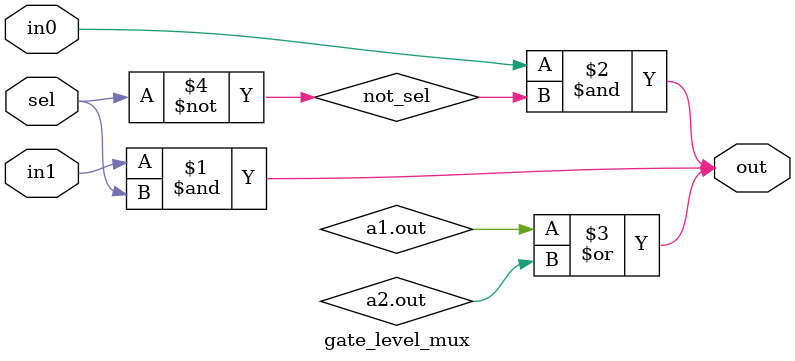
<source format=v>
module gate_level_mux (
  input in0,
  input in1,
  input sel,
  output out
);

  wire not_sel;
  not (not_sel, sel);

  and a1 (out, in1, sel);
  and a2 (out, in0, not_sel);
  or o1 (out, a1.out, a2.out);

endmodule
</source>
